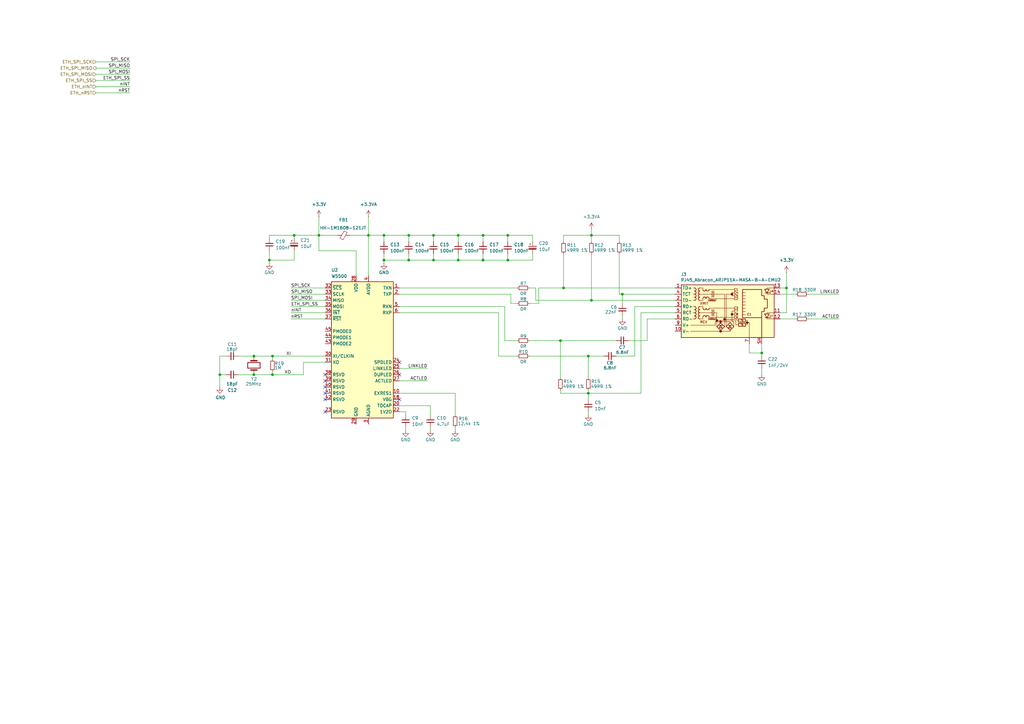
<source format=kicad_sch>
(kicad_sch (version 20250114) (generator "eeschema") (generator_version "9.0")
  (paper "A3")
  (lib_symbols
    (symbol "Connector:RJ45_Abracon_ARJP11A-MASA-B-A-EMU2"
      (property "Reference" "J" (at 18.415 12.7 0))
      (property "Value" "RJ45_Abracon_ARJP11A-MASA-B-A-EMU2" (at -4.445 12.7 0))
      (symbol "RJ45_Abracon_ARJP11A-MASA-B-A-EMU2_0_0"
        (polyline (pts (xy -5.08 8.89) (xy -5.08 6.35)) (stroke (width 0.254)))
        (polyline (pts (xy -5.08 1.27) (xy -5.08 -1.27)) (stroke (width 0.254)))
        (polyline (pts (xy -4.445 8.89) (xy -4.445 6.35)) (stroke (width 0.254)))
        (polyline (pts (xy -4.445 1.27) (xy -4.445 -1.27)) (stroke (width 0.254)))
        (circle (center -3.175 -3.175) (radius 0.0001) (stroke (width 0.508)))
        (circle (center -1.651 -3.683) (radius 0.0001) (stroke (width 0.508)))
        (circle (center -1.651 -7.62) (radius 0.0001) (stroke (width 0.508)))
        (circle (center 0 -2.667) (radius 0.0001) (stroke (width 0.508)))
        (circle (center 3.048 7.62) (radius 0.0001) (stroke (width 0.508)))
        (circle (center 3.048 -0.635) (radius 0.0001) (stroke (width 0.508)))
        (polyline (pts (xy 3.683 8.255) (xy 3.048 8.255) (xy 3.048 6.985) (xy 3.683 6.985)))
        (polyline (pts (xy 3.683 0.635) (xy 3.048 0.635) (xy 3.048 -0.635) (xy 3.683 -0.635)))
        (polyline (pts (xy 8.636 -4.953) (xy 9.271 -4.953) (xy 9.271 -3.048) (xy 8.636 -3.048)))
        (polyline (pts (xy 9.271 -4.064) (xy 10.16 -4.064)))
        (circle (center 9.271 -4.064) (radius 0.0001) (stroke (width 0.508)))
        (polyline (pts (xy 17.399 9.652) (xy 17.399 10.16) (xy 20.32 10.16)))
        (polyline (pts (xy 17.399 -0.508) (xy 17.399 0) (xy 20.32 0)))
        (polyline (pts (xy 20.32 7.62) (xy 17.399 7.62) (xy 17.399 8.128)))
        (polyline (pts (xy 20.32 -2.54) (xy 17.399 -2.54) (xy 17.399 -2.032)))
        (text "XMIT" (at -10.16 3.81 0) (effects (font (size 1.016 1.016)) (justify left)))
        (text "RCV" (at -10.16 -3.81 0) (effects (font (size 1.016 1.016)) (justify left)))
        (text "C1" (at 4.699 9.525 0) (effects (font (size 0.889 0.889))))
        (text "C4" (at 4.699 8.255 0) (effects (font (size 0.889 0.889))))
        (text "C5" (at 4.699 6.985 0) (effects (font (size 0.889 0.889))))
        (text "C2" (at 4.699 5.715 0) (effects (font (size 0.889 0.889))))
        (text "C3" (at 4.699 1.905 0) (effects (font (size 0.889 0.889))))
        (text "C7" (at 4.699 0.635 0) (effects (font (size 0.889 0.889))))
        (text "C8" (at 4.699 -0.635 0) (effects (font (size 0.889 0.889))))
        (text "C6" (at 4.699 -1.905 0) (effects (font (size 0.889 0.889))))
        (text "C1" (at 10.16 -0.635 0) (effects (font (size 0.889 0.889))))
      )
      (symbol "RJ45_Abracon_ARJP11A-MASA-B-A-EMU2_0_1"
        (rectangle (start -17.78 11.43) (end 20.32 -10.16) (stroke (width 0.254)) (fill (type background)))
        (polyline (pts (xy -12.3163 10.16) (xy -12.9513 10.16)))
        (polyline (pts (xy -12.3163 7.62) (xy -12.9513 7.62)))
        (polyline (pts (xy -12.3163 5.08) (xy -12.9513 5.08)))
        (polyline (pts (xy -12.3163 2.54) (xy -12.9513 2.54)))
        (polyline (pts (xy -12.3163 0) (xy -12.9513 0)))
        (polyline (pts (xy -12.3163 -2.54) (xy -12.9513 -2.54)))
        (polyline (pts (xy -10.16 10.16) (xy -8.89 10.16) (xy -8.89 9.525)))
        (polyline (pts (xy -10.16 2.54) (xy -8.89 2.54) (xy -8.89 1.905)))
        (polyline (pts (xy -8.89 5.715) (xy -8.89 5.08) (xy -10.16 5.08)))
        (polyline (pts (xy -8.89 -1.905) (xy -8.89 -2.54) (xy -10.16 -2.54)))
        (polyline (pts (xy -6.35 9.525) (xy 3.683 9.525)))
        (polyline (pts (xy -6.35 5.715) (xy 3.683 5.715)))
        (polyline (pts (xy -6.35 -1.905) (xy 3.683 -1.905)))
        (polyline (pts (xy -6.223 1.905) (xy 3.683 1.905)))
        (polyline (pts (xy -5.08 7.62) (xy -10.16 7.62)))
        (polyline (pts (xy -5.08 0) (xy -10.16 0)))
        (polyline (pts (xy -4.445 7.62) (xy 0 7.62) (xy 0 -5.715)))
        (polyline (pts (xy -4.445 0) (xy -3.175 0) (xy -3.175 -5.715)))
        (polyline (pts (xy 7.366 5.715) (xy 8.636 5.715)))
        (polyline (pts (xy 7.366 4.445) (xy 8.636 4.445)))
        (polyline (pts (xy 7.366 3.175) (xy 8.636 3.175)))
        (polyline (pts (xy 7.366 1.778) (xy 8.636 1.778)))
        (polyline (pts (xy 7.366 0.508) (xy 8.636 0.508)))
        (polyline (pts (xy 8.636 8.255) (xy 7.366 8.255)))
        (polyline (pts (xy 8.636 6.985) (xy 7.366 6.985)))
        (polyline (pts (xy 8.636 -0.762) (xy 7.366 -0.762)))
      )
      (symbol "RJ45_Abracon_ARJP11A-MASA-B-A-EMU2_1_0"
        (text "1000pF" (at -5.08 5.08 0) (effects (font (size 0.635 0.635))))
        (text "1000pF" (at -5.08 -2.54 0) (effects (font (size 0.635 0.635))))
      )
      (symbol "RJ45_Abracon_ARJP11A-MASA-B-A-EMU2_1_1"
        (polyline (pts (xy -13.97 -5.08) (xy -3.81 -5.08)))
        (polyline (pts (xy -13.97 -7.62) (xy 2.286 -7.62)))
        (arc (start -12.3163 2.54) (mid -11.684 1.905) (end -12.3163 1.27) (stroke (width 0.254)))
        (arc (start -12.3136 10.16) (mid -11.6813 9.525) (end -12.3136 8.89) (stroke (width 0.254)))
        (arc (start -12.3136 1.27) (mid -11.6813 0.635) (end -12.3136 0) (stroke (width 0.254)))
        (arc (start -12.3136 0) (mid -11.6813 -0.635) (end -12.3136 -1.27) (stroke (width 0.254)))
        (arc (start -12.3136 -1.27) (mid -11.6813 -1.905) (end -12.3136 -2.54) (stroke (width 0.254)))
        (arc (start -12.3109 8.89) (mid -11.6786 8.255) (end -12.3109 7.62) (stroke (width 0.254)))
        (arc (start -12.3109 7.62) (mid -11.6786 6.985) (end -12.3109 6.35) (stroke (width 0.254)))
        (arc (start -12.3109 6.35) (mid -11.6786 5.715) (end -12.3109 5.08) (stroke (width 0.254)))
        (arc (start -10.1654 8.89) (mid -10.7977 9.525) (end -10.1654 10.16) (stroke (width 0.254)))
        (arc (start -10.1654 7.62) (mid -10.7977 8.255) (end -10.1654 8.89) (stroke (width 0.254)))
        (arc (start -10.1654 6.35) (mid -10.7977 6.985) (end -10.1654 7.62) (stroke (width 0.254)))
        (arc (start -10.1654 1.27) (mid -10.7977 1.905) (end -10.1654 2.54) (stroke (width 0.254)))
        (arc (start -10.1654 0) (mid -10.7977 0.635) (end -10.1654 1.27) (stroke (width 0.254)))
        (arc (start -10.1654 -1.27) (mid -10.7977 -0.635) (end -10.1654 0) (stroke (width 0.254)))
        (arc (start -10.1627 5.08) (mid -10.795 5.715) (end -10.1627 6.35) (stroke (width 0.254)))
        (arc (start -10.1627 -2.54) (mid -10.795 -1.905) (end -10.1627 -1.27) (stroke (width 0.254)))
        (arc (start -7.62 9.5223) (mid -8.255 8.89) (end -8.89 9.5223) (stroke (width 0.254)))
        (arc (start -8.89 5.8447) (mid -8.255 6.477) (end -7.62 5.8447) (stroke (width 0.254)))
        (arc (start -8.89 -1.7753) (mid -8.255 -1.143) (end -7.62 -1.7753) (stroke (width 0.254)))
        (arc (start -7.5565 1.8388) (mid -8.1915 1.2065) (end -8.8265 1.8388) (stroke (width 0.254)))
        (arc (start -6.35 9.525) (mid -6.985 8.8927) (end -7.62 9.525) (stroke (width 0.254)))
        (arc (start -7.62 5.8474) (mid -6.985 6.4797) (end -6.35 5.8474) (stroke (width 0.254)))
        (arc (start -7.62 -1.7726) (mid -6.985 -1.1403) (end -6.35 -1.7726) (stroke (width 0.254)))
        (arc (start -6.2865 1.8415) (mid -6.9215 1.2092) (end -7.5565 1.8415) (stroke (width 0.254)))
        (polyline (pts (xy -3.81 -5.08) (xy -3.81 -3.683) (xy -1.651 -3.683)))
        (polyline (pts (xy -2.159 -5.207) (xy -1.016 -5.207)) (stroke (width 0.254)))
        (polyline (pts (xy -2.159 -6.223) (xy -1.016 -6.223) (xy -1.651 -5.207) (xy -2.159 -6.223)) (stroke (width 0.254)))
        (polyline (pts (xy -1.905 -3.683) (xy -1.651 -3.683) (xy -1.651 -4.191)))
        (polyline (pts (xy -1.651 -3.683) (xy 2.286 -3.683) (xy 2.286 -4.064)))
        (polyline (pts (xy -1.651 -4.191) (xy -3.175 -5.715) (xy -1.651 -7.239) (xy 0 -5.715) (xy -1.651 -4.191)) (stroke (width 0.254)))
        (polyline (pts (xy -1.651 -7.239) (xy -1.651 -7.493)))
        (polyline (pts (xy 1.651 -5.207) (xy 2.794 -5.207)) (stroke (width 0.254)))
        (polyline (pts (xy 1.651 -6.223) (xy 2.794 -6.223) (xy 2.159 -5.207) (xy 1.651 -6.223)) (stroke (width 0.254)))
        (polyline (pts (xy 2.286 -4.064) (xy 0.635 -5.588) (xy 2.286 -7.112) (xy 3.81 -5.715) (xy 2.286 -4.064)) (stroke (width 0.254)))
        (polyline (pts (xy 2.286 -7.112) (xy 2.286 -7.62)))
        (polyline (pts (xy 3.048 7.62) (xy 0.635 7.62) (xy 0.635 -5.588)))
        (polyline (pts (xy 3.048 -0.508) (xy 3.048 -3.683) (xy 3.81 -3.683) (xy 3.81 -5.715)))
        (polyline (pts (xy 5.715 -3.175) (xy 5.08 -3.175) (xy 5.08 -2.667) (xy 0 -2.667)))
        (polyline (pts (xy 5.715 -4.953) (xy 4.572 -4.953) (xy 4.572 -3.175) (xy -3.175 -3.175)))
        (polyline (pts (xy 7.366 -2.032) (xy 7.366 9.525) (xy 15.24 9.525) (xy 15.24 6.985) (xy 16.256 6.985) (xy 16.256 5.588) (xy 17.526 5.588) (xy 17.526 1.905) (xy 16.256 1.905) (xy 16.256 0.508) (xy 15.24 0.508) (xy 15.24 -2.032) (xy 7.366 -2.032)) (stroke (width 0.254)))
        (rectangle (start 8.509 -3.81) (end 5.715 -2.54) (stroke (width 0.254)))
        (rectangle (start 8.509 -5.588) (end 5.715 -4.318) (stroke (width 0.254)))
        (polyline (pts (xy 10.16 -4.064) (xy 10.16 -10.16)))
        (polyline (pts (xy 15.24 -10.16) (xy 15.24 -2.032)) (stroke (width 0.254)))
        (polyline (pts (xy 18.161 8.128) (xy 16.637 8.128)) (stroke (width 0.254)))
        (polyline (pts (xy 18.161 -2.032) (xy 16.637 -2.032)) (stroke (width 0.254)))
        (polyline (pts (xy 18.288 9.652) (xy 16.383 9.652) (xy 17.399 8.128) (xy 18.288 9.652)) (stroke (width 0.254)))
        (polyline (pts (xy 18.288 8.509) (xy 18.796 8.001) (xy 18.542 8.001)))
        (polyline (pts (xy 18.288 -0.508) (xy 16.383 -0.508) (xy 17.399 -2.032) (xy 18.288 -0.508)) (stroke (width 0.254)))
        (polyline (pts (xy 18.288 -1.651) (xy 18.796 -2.159) (xy 18.542 -2.159)))
        (polyline (pts (xy 18.542 9.144) (xy 19.05 8.636) (xy 18.796 8.636)))
        (polyline (pts (xy 18.542 -1.016) (xy 19.05 -1.524) (xy 18.796 -1.524)))
        (polyline (pts (xy 18.796 8.001) (xy 18.796 8.255)))
        (polyline (pts (xy 18.796 -2.159) (xy 18.796 -1.905)))
        (polyline (pts (xy 19.05 8.636) (xy 19.05 8.89)))
        (polyline (pts (xy 19.05 -1.524) (xy 19.05 -1.27)))
        (text "75" (at 7.112 -3.175 0) (effects (font (size 0.635 0.635))))
        (text "75" (at 7.112 -4.953 0) (effects (font (size 0.635 0.635))))
        (text "Y" (at 19.558 -1.27 0) (effects (font (size 0.635 0.635))))
        (text "G" (at 19.685 8.89 0) (effects (font (size 0.635 0.635))))
        (pin passive line (at -20.32 10.16 0) (length 2.54) (name "TD+") (number "1"))
        (pin passive line (at -20.32 7.62 0) (length 2.54) (name "TCT") (number "4"))
        (pin passive line (at -20.32 5.08 0) (length 2.54) (name "TD-") (number "2"))
        (pin passive line (at -20.32 2.54 0) (length 2.54) (name "RD+") (number "3"))
        (pin passive line (at -20.32 0 0) (length 2.54) (name "RCT") (number "5"))
        (pin passive line (at -20.32 -2.54 0) (length 2.54) (name "RD-") (number "6"))
        (pin power_out line (at -20.32 -5.08 0) (length 2.54) (name "V+") (number "9"))
        (pin power_out line (at -20.32 -7.62 0) (length 2.54) (name "V-") (number "10"))
        (pin power_in line (at 10.16 -12.7 90) (length 2.54) (name "") (number "7"))
        (pin passive line (at 15.24 -12.7 90) (length 2.54) (name "") (number "SH"))
        (pin no_connect line (at 20.32 5.08 0) (length 0) (hide yes) (name "NC") (number "8"))
        (pin passive line (at 22.86 10.16 180) (length 2.54) (name "") (number "13"))
        (pin passive line (at 22.86 7.62 180) (length 2.54) (name "") (number "14"))
        (pin passive line (at 22.86 0 180) (length 2.54) (name "") (number "11"))
        (pin passive line (at 22.86 -2.54 180) (length 2.54) (name "") (number "12"))
      )
    )
    (symbol "Device:C_Polarized_Small" (pin_numbers (hide yes)) (pin_names (offset 0.254) (hide yes))
      (property "Reference" "C" (at 0.254 1.778 0))
      (property "Value" "C_Polarized_Small" (at 0.254 -2.032 0))
      (symbol "C_Polarized_Small_0_1"
        (rectangle (start -1.524 0.6858) (end 1.524 0.3048))
        (rectangle (start -1.524 -0.3048) (end 1.524 -0.6858) (fill (type outline)))
        (polyline (pts (xy -1.27 1.524) (xy -0.762 1.524)))
        (polyline (pts (xy -1.016 1.27) (xy -1.016 1.778)))
      )
      (symbol "C_Polarized_Small_1_1"
        (pin passive line (at 0 2.54 270) (length 1.8542) (name "~") (number "1"))
        (pin passive line (at 0 -2.54 90) (length 1.8542) (name "~") (number "2"))
      )
    )
    (symbol "Device:C_Small" (pin_numbers (hide yes)) (pin_names (offset 0.254) (hide yes))
      (property "Reference" "C" (at 0.254 1.778 0))
      (property "Value" "C_Small" (at 0.254 -2.032 0))
      (symbol "C_Small_0_1"
        (polyline (pts (xy -1.524 0.508) (xy 1.524 0.508)) (stroke (width 0.3048)))
        (polyline (pts (xy -1.524 -0.508) (xy 1.524 -0.508)) (stroke (width 0.3302)))
      )
      (symbol "C_Small_1_1"
        (pin passive line (at 0 2.54 270) (length 2.032) (name "~") (number "1"))
        (pin passive line (at 0 -2.54 90) (length 2.032) (name "~") (number "2"))
      )
    )
    (symbol "Device:Crystal" (pin_numbers (hide yes)) (pin_names (offset 1.016) (hide yes))
      (property "Reference" "Y" (at 0 3.81 0))
      (property "Value" "Crystal" (at 0 -3.81 0))
      (symbol "Crystal_0_1"
        (polyline (pts (xy -2.54 0) (xy -1.905 0)))
        (polyline (pts (xy -1.905 -1.27) (xy -1.905 1.27)) (stroke (width 0.508)))
        (rectangle (start -1.143 2.54) (end 1.143 -2.54) (stroke (width 0.3048)))
        (polyline (pts (xy 1.905 -1.27) (xy 1.905 1.27)) (stroke (width 0.508)))
        (polyline (pts (xy 2.54 0) (xy 1.905 0)))
      )
      (symbol "Crystal_1_1"
        (pin passive line (at -3.81 0 0) (length 1.27) (name "1") (number "1"))
        (pin passive line (at 3.81 0 180) (length 1.27) (name "2") (number "2"))
      )
    )
    (symbol "Device:FerriteBead_Small" (pin_numbers (hide yes)) (pin_names (offset 0))
      (property "Reference" "FB" (at 1.905 1.27 0))
      (property "Value" "FerriteBead_Small" (at 1.905 -1.27 0))
      (symbol "FerriteBead_Small_0_1"
        (polyline (pts (xy -1.8288 0.2794) (xy -1.1176 1.4986) (xy 1.8288 -0.2032) (xy 1.1176 -1.4224) (xy -1.8288 0.2794)))
        (polyline (pts (xy 0 0.889) (xy 0 1.2954)))
        (polyline (pts (xy 0 -1.27) (xy 0 -0.7874)))
      )
      (symbol "FerriteBead_Small_1_1"
        (pin passive line (at 0 2.54 270) (length 1.27) (name "~") (number "1"))
        (pin passive line (at 0 -2.54 90) (length 1.27) (name "~") (number "2"))
      )
    )
    (symbol "Device:R_Small" (pin_numbers (hide yes)) (pin_names (offset 0.254) (hide yes))
      (property "Reference" "R" (at 0.762 0.508 0))
      (property "Value" "R_Small" (at 0.762 -1.016 0))
      (symbol "R_Small_0_1"
        (rectangle (start -0.762 1.778) (end 0.762 -1.778) (stroke (width 0.2032)))
      )
      (symbol "R_Small_1_1"
        (pin passive line (at 0 2.54 270) (length 0.762) (name "~") (number "1"))
        (pin passive line (at 0 -2.54 90) (length 0.762) (name "~") (number "2"))
      )
    )
    (symbol "Interface_Ethernet:W5500"
      (property "Reference" "U" (at -11.43 29.21 0))
      (property "Value" "W5500" (at 8.89 29.21 0))
      (symbol "W5500_0_1"
        (rectangle (start -12.7 27.94) (end 12.7 -27.94) (stroke (width 0.254)) (fill (type background)))
      )
      (symbol "W5500_1_1"
        (pin input line (at -15.24 25.4 0) (length 2.54) (name "~{SCS}") (number "32"))
        (pin input line (at -15.24 22.86 0) (length 2.54) (name "SCLK") (number "33"))
        (pin output line (at -15.24 20.32 0) (length 2.54) (name "MISO") (number "34"))
        (pin input line (at -15.24 17.78 0) (length 2.54) (name "MOSI") (number "35"))
        (pin input line (at -15.24 15.24 0) (length 2.54) (name "~{INT}") (number "36"))
        (pin input line (at -15.24 12.7 0) (length 2.54) (name "~{RST}") (number "37"))
        (pin input line (at -15.24 7.62 0) (length 2.54) (name "PMODE0") (number "45"))
        (pin input line (at -15.24 5.08 0) (length 2.54) (name "PMODE1") (number "44"))
        (pin input line (at -15.24 2.54 0) (length 2.54) (name "PMODE2") (number "43"))
        (pin input line (at -15.24 -2.54 0) (length 2.54) (name "XI/CLKIN") (number "30"))
        (pin output line (at -15.24 -5.08 0) (length 2.54) (name "XO") (number "31"))
        (pin input line (at -15.24 -10.16 0) (length 2.54) (name "RSVD") (number "38"))
        (pin input line (at -15.24 -12.7 0) (length 2.54) (name "RSVD") (number "39"))
        (pin input line (at -15.24 -15.24 0) (length 2.54) (name "RSVD") (number "40"))
        (pin input line (at -15.24 -17.78 0) (length 2.54) (name "RSVD") (number "41"))
        (pin input line (at -15.24 -20.32 0) (length 2.54) (name "RSVD") (number "42"))
        (pin input line (at -15.24 -25.4 0) (length 2.54) (name "RSVD") (number "23"))
        (pin power_in line (at -2.54 30.48 270) (length 2.54) (name "VDD") (number "28"))
        (pin power_in line (at -2.54 -30.48 90) (length 2.54) (name "GND") (number "29"))
        (pin passive line (at 2.54 30.48 270) (length 2.54) (hide yes) (name "AVDD") (number "11"))
        (pin passive line (at 2.54 30.48 270) (length 2.54) (hide yes) (name "AVDD") (number "15"))
        (pin passive line (at 2.54 30.48 270) (length 2.54) (hide yes) (name "AVDD") (number "17"))
        (pin passive line (at 2.54 30.48 270) (length 2.54) (hide yes) (name "AVDD") (number "21"))
        (pin power_in line (at 2.54 30.48 270) (length 2.54) (name "AVDD") (number "4"))
        (pin passive line (at 2.54 30.48 270) (length 2.54) (hide yes) (name "AVDD") (number "8"))
        (pin passive line (at 2.54 -30.48 90) (length 2.54) (hide yes) (name "AGND") (number "14"))
        (pin passive line (at 2.54 -30.48 90) (length 2.54) (hide yes) (name "AGND") (number "16"))
        (pin passive line (at 2.54 -30.48 90) (length 2.54) (hide yes) (name "AGND") (number "19"))
        (pin power_in line (at 2.54 -30.48 90) (length 2.54) (name "AGND") (number "3"))
        (pin passive line (at 2.54 -30.48 90) (length 2.54) (hide yes) (name "AGND") (number "48"))
        (pin passive line (at 2.54 -30.48 90) (length 2.54) (hide yes) (name "AGND") (number "9"))
        (pin no_connect line (at 12.7 10.16 180) (length 2.54) (hide yes) (name "DNC") (number "7"))
        (pin no_connect line (at 12.7 7.62 180) (length 2.54) (hide yes) (name "NC") (number "12"))
        (pin no_connect line (at 12.7 5.08 180) (length 2.54) (hide yes) (name "NC") (number "13"))
        (pin no_connect line (at 12.7 2.54 180) (length 2.54) (hide yes) (name "NC") (number "46"))
        (pin no_connect line (at 12.7 0 180) (length 2.54) (hide yes) (name "NC") (number "47"))
        (pin output line (at 15.24 25.4 180) (length 2.54) (name "TXN") (number "1"))
        (pin output line (at 15.24 22.86 180) (length 2.54) (name "TXP") (number "2"))
        (pin input line (at 15.24 17.78 180) (length 2.54) (name "RXN") (number "5"))
        (pin input line (at 15.24 15.24 180) (length 2.54) (name "RXP") (number "6"))
        (pin output line (at 15.24 -5.08 180) (length 2.54) (name "SPDLED") (number "24"))
        (pin output line (at 15.24 -7.62 180) (length 2.54) (name "LINKLED") (number "25"))
        (pin output line (at 15.24 -10.16 180) (length 2.54) (name "DUPLED") (number "26"))
        (pin output line (at 15.24 -12.7 180) (length 2.54) (name "ACTLED") (number "27"))
        (pin passive line (at 15.24 -17.78 180) (length 2.54) (name "EXRES1") (number "10"))
        (pin passive line (at 15.24 -20.32 180) (length 2.54) (name "VBG") (number "18"))
        (pin passive line (at 15.24 -22.86 180) (length 2.54) (name "TOCAP") (number "20"))
        (pin output line (at 15.24 -25.4 180) (length 2.54) (name "1V2O") (number "22"))
      )
    )
    (symbol "power:+3.3V" (power) (pin_numbers (hide yes)) (pin_names (offset 0) (hide yes))
      (property "Value" "+3.3V" (at 0 3.556 0))
      (symbol "+3.3V_0_1"
        (polyline (pts (xy -0.762 1.27) (xy 0 2.54)))
        (polyline (pts (xy 0 2.54) (xy 0.762 1.27)))
        (polyline (pts (xy 0 0) (xy 0 2.54)))
      )
      (symbol "+3.3V_1_1"
        (pin power_in line (at 0 0 90) (length 0) (name "~") (number "1"))
      )
    )
    (symbol "power:+3.3VA" (power) (pin_numbers (hide yes)) (pin_names (offset 0) (hide yes))
      (property "Value" "+3.3VA" (at 0 3.556 0))
      (symbol "+3.3VA_0_1"
        (polyline (pts (xy -0.762 1.27) (xy 0 2.54)))
        (polyline (pts (xy 0 2.54) (xy 0.762 1.27)))
        (polyline (pts (xy 0 0) (xy 0 2.54)))
      )
      (symbol "+3.3VA_1_1"
        (pin power_in line (at 0 0 90) (length 0) (name "~") (number "1"))
      )
    )
    (symbol "power:GND" (power) (pin_numbers (hide yes)) (pin_names (offset 0) (hide yes))
      (property "Value" "GND" (at 0 -3.81 0))
      (symbol "GND_0_1"
        (polyline (pts (xy 0 0) (xy 0 -1.27) (xy 1.27 -1.27) (xy 0 -2.54) (xy -1.27 -1.27) (xy 0 -1.27)))
      )
      (symbol "GND_1_1"
        (pin power_in line (at 0 0 270) (length 0) (name "~") (number "1"))
      )
    )
  )
  (junction (at 120.65 96.52))
  (junction (at 167.64 106.68))
  (junction (at 157.48 96.52))
  (junction (at 151.13 96.52))
  (junction (at 241.3 161.29))
  (junction (at 157.48 106.68))
  (junction (at 255.27 120.65))
  (junction (at 231.14 118.11))
  (junction (at 208.28 106.68))
  (junction (at 167.64 96.52))
  (junction (at 208.28 96.52))
  (junction (at 104.14 146.05))
  (junction (at 229.87 139.7))
  (junction (at 90.17 153.67))
  (junction (at 241.3 146.05))
  (junction (at 110.49 106.68))
  (junction (at 111.76 146.05))
  (junction (at 111.76 153.67))
  (junction (at 322.58 118.11))
  (junction (at 242.57 123.19))
  (junction (at 177.8 96.52))
  (junction (at 104.14 153.67))
  (junction (at 198.12 106.68))
  (junction (at 198.12 96.52))
  (junction (at 187.96 106.68))
  (junction (at 187.96 96.52))
  (junction (at 312.42 144.78))
  (junction (at 177.8 106.68))
  (junction (at 130.81 96.52))
  (junction (at 242.57 96.52))
  (no_connect (at 133.35 168.91))
  (no_connect (at 133.35 163.83))
  (no_connect (at 133.35 158.75))
  (no_connect (at 163.83 163.83))
  (no_connect (at 133.35 156.21))
  (no_connect (at 133.35 153.67))
  (no_connect (at 133.35 161.29))
  (no_connect (at 163.83 148.59))
  (no_connect (at 163.83 153.67))
  (wire (pts (xy 151.13 96.52) (xy 151.13 113.03)))
  (wire (pts (xy 231.14 118.11) (xy 276.86 118.11)))
  (wire (pts (xy 120.65 96.52) (xy 130.81 96.52)))
  (wire (pts (xy 110.49 97.79) (xy 110.49 96.52)))
  (wire (pts (xy 151.13 88.9) (xy 151.13 96.52)))
  (wire (pts (xy 208.28 104.14) (xy 208.28 106.68)))
  (wire (pts (xy 177.8 96.52) (xy 187.96 96.52)))
  (wire (pts (xy 157.48 104.14) (xy 157.48 106.68)))
  (wire (pts (xy 157.48 99.06) (xy 157.48 96.52)))
  (wire (pts (xy 198.12 104.14) (xy 198.12 106.68)))
  (wire (pts (xy 163.83 156.21) (xy 175.26 156.21)))
  (wire (pts (xy 90.17 146.05) (xy 90.17 153.67)))
  (wire (pts (xy 166.37 168.91) (xy 166.37 170.18)))
  (wire (pts (xy 229.87 161.29) (xy 241.3 161.29)))
  (wire (pts (xy 104.14 153.67) (xy 97.79 153.67)))
  (wire (pts (xy 151.13 96.52) (xy 157.48 96.52)))
  (wire (pts (xy 163.83 168.91) (xy 166.37 168.91)))
  (wire (pts (xy 242.57 96.52) (xy 242.57 99.06)))
  (wire (pts (xy 331.47 120.65) (xy 344.17 120.65)))
  (wire (pts (xy 111.76 152.4) (xy 111.76 153.67)))
  (wire (pts (xy 209.55 124.46) (xy 212.09 124.46)))
  (wire (pts (xy 104.14 146.05) (xy 111.76 146.05)))
  (wire (pts (xy 130.81 88.9) (xy 130.81 96.52)))
  (wire (pts (xy 176.53 170.18) (xy 176.53 166.37)))
  (wire (pts (xy 39.37 25.4) (xy 53.34 25.4)))
  (wire (pts (xy 208.28 99.06) (xy 208.28 96.52)))
  (wire (pts (xy 241.3 168.91) (xy 241.3 170.18)))
  (wire (pts (xy 242.57 123.19) (xy 276.86 123.19)))
  (wire (pts (xy 254 96.52) (xy 242.57 96.52)))
  (wire (pts (xy 111.76 146.05) (xy 111.76 147.32)))
  (wire (pts (xy 186.69 175.26) (xy 186.69 176.53)))
  (wire (pts (xy 163.83 151.13) (xy 175.26 151.13)))
  (wire (pts (xy 219.71 123.19) (xy 242.57 123.19)))
  (wire (pts (xy 111.76 153.67) (xy 124.46 153.67)))
  (wire (pts (xy 39.37 38.1) (xy 53.34 38.1)))
  (wire (pts (xy 209.55 120.65) (xy 209.55 124.46)))
  (wire (pts (xy 157.48 106.68) (xy 167.64 106.68)))
  (wire (pts (xy 265.43 139.7) (xy 265.43 130.81)))
  (wire (pts (xy 312.42 144.78) (xy 312.42 146.05)))
  (wire (pts (xy 177.8 106.68) (xy 167.64 106.68)))
  (wire (pts (xy 119.38 120.65) (xy 133.35 120.65)))
  (wire (pts (xy 39.37 33.02) (xy 53.34 33.02)))
  (wire (pts (xy 208.28 96.52) (xy 198.12 96.52)))
  (wire (pts (xy 130.81 102.87) (xy 146.05 102.87)))
  (wire (pts (xy 220.98 118.11) (xy 231.14 118.11)))
  (wire (pts (xy 186.69 161.29) (xy 186.69 170.18)))
  (wire (pts (xy 218.44 106.68) (xy 208.28 106.68)))
  (wire (pts (xy 111.76 146.05) (xy 133.35 146.05)))
  (wire (pts (xy 119.38 118.11) (xy 133.35 118.11)))
  (wire (pts (xy 208.28 106.68) (xy 198.12 106.68)))
  (wire (pts (xy 241.3 161.29) (xy 241.3 163.83)))
  (wire (pts (xy 207.01 139.7) (xy 212.09 139.7)))
  (wire (pts (xy 187.96 106.68) (xy 177.8 106.68)))
  (wire (pts (xy 241.3 146.05) (xy 241.3 154.94)))
  (wire (pts (xy 276.86 128.27) (xy 262.89 128.27)))
  (wire (pts (xy 104.14 146.05) (xy 97.79 146.05)))
  (wire (pts (xy 255.27 120.65) (xy 255.27 124.46)))
  (wire (pts (xy 167.64 104.14) (xy 167.64 106.68)))
  (wire (pts (xy 143.51 96.52) (xy 151.13 96.52)))
  (wire (pts (xy 220.98 124.46) (xy 220.98 118.11)))
  (wire (pts (xy 157.48 106.68) (xy 157.48 107.95)))
  (wire (pts (xy 307.34 140.97) (xy 307.34 144.78)))
  (wire (pts (xy 207.01 125.73) (xy 207.01 139.7)))
  (wire (pts (xy 157.48 96.52) (xy 167.64 96.52)))
  (wire (pts (xy 229.87 160.02) (xy 229.87 161.29)))
  (wire (pts (xy 312.42 151.13) (xy 312.42 153.67)))
  (wire (pts (xy 90.17 158.75) (xy 90.17 153.67)))
  (wire (pts (xy 176.53 175.26) (xy 176.53 176.53)))
  (wire (pts (xy 176.53 166.37) (xy 163.83 166.37)))
  (wire (pts (xy 242.57 93.98) (xy 242.57 96.52)))
  (wire (pts (xy 133.35 148.59) (xy 124.46 148.59)))
  (wire (pts (xy 124.46 148.59) (xy 124.46 153.67)))
  (wire (pts (xy 217.17 146.05) (xy 241.3 146.05)))
  (wire (pts (xy 229.87 139.7) (xy 229.87 154.94)))
  (wire (pts (xy 163.83 161.29) (xy 186.69 161.29)))
  (wire (pts (xy 119.38 125.73) (xy 133.35 125.73)))
  (wire (pts (xy 320.04 130.81) (xy 326.39 130.81)))
  (wire (pts (xy 120.65 97.79) (xy 120.65 96.52)))
  (wire (pts (xy 254 99.06) (xy 254 96.52)))
  (wire (pts (xy 163.83 128.27) (xy 204.47 128.27)))
  (wire (pts (xy 320.04 120.65) (xy 326.39 120.65)))
  (wire (pts (xy 218.44 104.14) (xy 218.44 106.68)))
  (wire (pts (xy 198.12 106.68) (xy 187.96 106.68)))
  (wire (pts (xy 163.83 118.11) (xy 212.09 118.11)))
  (wire (pts (xy 217.17 124.46) (xy 220.98 124.46)))
  (wire (pts (xy 262.89 161.29) (xy 241.3 161.29)))
  (wire (pts (xy 262.89 128.27) (xy 262.89 161.29)))
  (wire (pts (xy 177.8 99.06) (xy 177.8 96.52)))
  (wire (pts (xy 231.14 96.52) (xy 242.57 96.52)))
  (wire (pts (xy 254 120.65) (xy 255.27 120.65)))
  (wire (pts (xy 255.27 130.81) (xy 255.27 129.54)))
  (wire (pts (xy 260.35 125.73) (xy 276.86 125.73)))
  (wire (pts (xy 92.71 153.67) (xy 90.17 153.67)))
  (wire (pts (xy 104.14 153.67) (xy 111.76 153.67)))
  (wire (pts (xy 255.27 120.65) (xy 276.86 120.65)))
  (wire (pts (xy 231.14 104.14) (xy 231.14 118.11)))
  (wire (pts (xy 217.17 139.7) (xy 229.87 139.7)))
  (wire (pts (xy 320.04 128.27) (xy 322.58 128.27)))
  (wire (pts (xy 331.47 130.81) (xy 344.17 130.81)))
  (wire (pts (xy 217.17 118.11) (xy 219.71 118.11)))
  (wire (pts (xy 120.65 102.87) (xy 120.65 106.68)))
  (wire (pts (xy 242.57 104.14) (xy 242.57 123.19)))
  (wire (pts (xy 187.96 96.52) (xy 198.12 96.52)))
  (wire (pts (xy 130.81 96.52) (xy 138.43 96.52)))
  (wire (pts (xy 163.83 120.65) (xy 209.55 120.65)))
  (wire (pts (xy 163.83 125.73) (xy 207.01 125.73)))
  (wire (pts (xy 39.37 30.48) (xy 53.34 30.48)))
  (wire (pts (xy 130.81 96.52) (xy 130.81 102.87)))
  (wire (pts (xy 252.73 146.05) (xy 260.35 146.05)))
  (wire (pts (xy 166.37 175.26) (xy 166.37 176.53)))
  (wire (pts (xy 218.44 96.52) (xy 208.28 96.52)))
  (wire (pts (xy 322.58 128.27) (xy 322.58 118.11)))
  (wire (pts (xy 322.58 118.11) (xy 320.04 118.11)))
  (wire (pts (xy 219.71 118.11) (xy 219.71 123.19)))
  (wire (pts (xy 204.47 128.27) (xy 204.47 146.05)))
  (wire (pts (xy 110.49 102.87) (xy 110.49 106.68)))
  (wire (pts (xy 265.43 130.81) (xy 276.86 130.81)))
  (wire (pts (xy 110.49 96.52) (xy 120.65 96.52)))
  (wire (pts (xy 119.38 130.81) (xy 133.35 130.81)))
  (wire (pts (xy 119.38 123.19) (xy 133.35 123.19)))
  (wire (pts (xy 257.81 139.7) (xy 265.43 139.7)))
  (wire (pts (xy 241.3 161.29) (xy 241.3 160.02)))
  (wire (pts (xy 231.14 99.06) (xy 231.14 96.52)))
  (wire (pts (xy 167.64 99.06) (xy 167.64 96.52)))
  (wire (pts (xy 146.05 102.87) (xy 146.05 113.03)))
  (wire (pts (xy 39.37 35.56) (xy 53.34 35.56)))
  (wire (pts (xy 39.37 27.94) (xy 53.34 27.94)))
  (wire (pts (xy 229.87 139.7) (xy 252.73 139.7)))
  (wire (pts (xy 177.8 104.14) (xy 177.8 106.68)))
  (wire (pts (xy 198.12 96.52) (xy 198.12 99.06)))
  (wire (pts (xy 110.49 106.68) (xy 110.49 107.95)))
  (wire (pts (xy 187.96 104.14) (xy 187.96 106.68)))
  (wire (pts (xy 241.3 146.05) (xy 247.65 146.05)))
  (wire (pts (xy 92.71 146.05) (xy 90.17 146.05)))
  (wire (pts (xy 312.42 140.97) (xy 312.42 144.78)))
  (wire (pts (xy 322.58 111.76) (xy 322.58 118.11)))
  (wire (pts (xy 254 104.14) (xy 254 120.65)))
  (wire (pts (xy 187.96 99.06) (xy 187.96 96.52)))
  (wire (pts (xy 307.34 144.78) (xy 312.42 144.78)))
  (wire (pts (xy 119.38 128.27) (xy 133.35 128.27)))
  (wire (pts (xy 260.35 146.05) (xy 260.35 125.73)))
  (wire (pts (xy 167.64 96.52) (xy 177.8 96.52)))
  (wire (pts (xy 120.65 106.68) (xy 110.49 106.68)))
  (wire (pts (xy 218.44 99.06) (xy 218.44 96.52)))
  (wire (pts (xy 204.47 146.05) (xy 212.09 146.05)))
  (label "nINT" (at 53.34 35.56 180))
  (label "nRST" (at 53.34 38.1 180))
  (label "ETH_SPI_SS" (at 53.34 33.02 180))
  (label "ACTLED" (at 344.17 130.81 180))
  (label "nINT" (at 119.38 128.27 0))
  (label "ETH_SPI_SS" (at 119.38 125.73 0))
  (label "SPI_SCK" (at 53.34 25.4 180))
  (label "XI" (at 119.38 146.05 180))
  (label "SPI_MOSI" (at 119.38 123.19 0))
  (label "SPI_MISO" (at 53.34 27.94 180))
  (label "ACTLED" (at 175.26 156.21 180))
  (label "LINKLED" (at 344.17 120.65 180))
  (label "SPI_MISO" (at 119.38 120.65 0))
  (label "SPI_MOSI" (at 53.34 30.48 180))
  (label "LINKLED" (at 175.26 151.13 180))
  (label "nRST" (at 119.38 130.81 0))
  (label "SPI_SCK" (at 119.38 118.11 0))
  (label "XO" (at 119.38 153.67 180))
  (hierarchical_label "ETH_SPI_SCK" (shape input) (at 39.37 25.4 180))
  (hierarchical_label "ETH_SPI_MISO" (shape output) (at 39.37 27.94 180))
  (hierarchical_label "ETH_SPI_MOSI" (shape input) (at 39.37 30.48 180))
  (hierarchical_label "ETH_nRST" (shape input) (at 39.37 38.1 180))
  (hierarchical_label "ETH_nINT" (shape input) (at 39.37 35.56 180))
  (hierarchical_label "ETH_SPI_SS" (shape input) (at 39.37 33.02 180))
  (symbol (lib_id "power:GND") (at 166.37 176.53 0) (unit 1)
    (property "Reference" "#PWR020" (effects (hide yes)))
    (property "Value" "GND" (at 166.37 180.34 0))
    (property "Description" "Power symbol creates a global label with name \"GND\" , ground" (effects (hide yes)))
  )
  (symbol (lib_id "Device:C_Small") (at 187.96 101.6 0) (unit 1)
    (property "Reference" "C16" (at 190.5 100.3362 0) (effects (justify left)))
    (property "Value" "100nF" (at 190.5 102.8762 0) (effects (justify left)))
    (property "Description" "Unpolarized capacitor, small symbol" (effects (hide yes)))
  )
  (symbol (lib_id "Device:C_Small") (at 198.12 101.6 0) (unit 1)
    (property "Reference" "C17" (at 200.66 100.3362 0) (effects (justify left)))
    (property "Value" "100nF" (at 200.66 102.8762 0) (effects (justify left)))
    (property "Description" "Unpolarized capacitor, small symbol" (effects (hide yes)))
  )
  (symbol (lib_id "power:+3.3V") (at 322.58 111.76 0) (unit 1)
    (property "Reference" "#PWR019" (effects (hide yes)))
    (property "Value" "+3.3V" (at 322.58 106.68 0))
    (property "Description" "Power symbol creates a global label with name \"+3.3V\"" (effects (hide yes)))
  )
  (symbol (lib_id "Device:FerriteBead_Small") (at 140.97 96.52 90) (unit 1)
    (property "Reference" "FB1" (at 140.9319 90.17 90))
    (property "Value" "HH-1M1608-121JT" (at 140.716 93.472 90))
    (property "Description" "Ferrite bead, small symbol" (effects (hide yes)))
  )
  (symbol (lib_id "Device:C_Small") (at 250.19 146.05 90) (unit 1)
    (property "Reference" "C8" (at 251.46 148.844 90) (effects (justify left)))
    (property "Value" "6.8nF" (at 252.984 150.876 90) (effects (justify left)))
    (property "Description" "Unpolarized capacitor, small symbol" (effects (hide yes)))
  )
  (symbol (lib_id "power:GND") (at 241.3 170.18 0) (unit 1)
    (property "Reference" "#PWR016" (effects (hide yes)))
    (property "Value" "GND" (at 241.3 173.99 0))
    (property "Description" "Power symbol creates a global label with name \"GND\" , ground" (effects (hide yes)))
  )
  (symbol (lib_id "Device:C_Small") (at 110.49 100.33 0) (unit 1)
    (property "Reference" "C19" (at 113.03 99.0662 0) (effects (justify left)))
    (property "Value" "100nF" (at 113.03 101.6062 0) (effects (justify left)))
    (property "Description" "Unpolarized capacitor, small symbol" (effects (hide yes)))
  )
  (symbol (lib_id "Device:R_Small") (at 111.76 149.86 180) (unit 1)
    (property "Reference" "R19" (at 114.554 149.098 0))
    (property "Value" "1M" (at 114.046 150.876 0))
    (property "Description" "Resistor, small symbol" (effects (hide yes)))
  )
  (symbol (lib_id "power:+3.3V") (at 130.81 88.9 0) (unit 1)
    (property "Reference" "#PWR025" (effects (hide yes)))
    (property "Value" "+3.3V" (at 130.81 83.82 0))
    (property "Description" "Power symbol creates a global label with name \"+3.3V\"" (effects (hide yes)))
  )
  (symbol (lib_id "power:GND") (at 110.49 107.95 0) (unit 1)
    (property "Reference" "#PWR026" (effects (hide yes)))
    (property "Value" "GND" (at 110.49 111.76 0))
    (property "Description" "Power symbol creates a global label with name \"GND\" , ground" (effects (hide yes)))
  )
  (symbol (lib_id "Device:R_Small") (at 328.93 120.65 90) (unit 1)
    (property "Reference" "R18" (at 326.898 118.872 90))
    (property "Value" "330R" (at 332.232 118.872 90))
    (property "Description" "Resistor, small symbol" (effects (hide yes)))
  )
  (symbol (lib_id "Device:C_Polarized_Small") (at 218.44 101.6 0) (unit 1)
    (property "Reference" "C20" (at 220.98 99.7838 0) (effects (justify left)))
    (property "Value" "10uF" (at 220.98 102.3238 0) (effects (justify left)))
    (property "Description" "Polarized capacitor, small symbol" (effects (hide yes)))
  )
  (symbol (lib_id "Device:R_Small") (at 254 101.6 180) (unit 1)
    (property "Reference" "R13" (at 257.048 100.584 0))
    (property "Value" "49R9 1%" (at 259.334 102.616 0))
    (property "Description" "Resistor, small symbol" (effects (hide yes)))
  )
  (symbol (lib_id "Device:C_Small") (at 255.27 139.7 90) (unit 1)
    (property "Reference" "C7" (at 256.54 142.494 90) (effects (justify left)))
    (property "Value" "6.8nF" (at 258.064 144.526 90) (effects (justify left)))
    (property "Description" "Unpolarized capacitor, small symbol" (effects (hide yes)))
  )
  (symbol (lib_id "Device:C_Polarized_Small") (at 120.65 100.33 0) (unit 1)
    (property "Reference" "C21" (at 123.19 98.5138 0) (effects (justify left)))
    (property "Value" "10uF" (at 123.19 101.0538 0) (effects (justify left)))
    (property "Description" "Polarized capacitor, small symbol" (effects (hide yes)))
  )
  (symbol (lib_id "Device:R_Small") (at 214.63 139.7 90) (unit 1)
    (property "Reference" "R9" (at 214.63 137.922 90))
    (property "Value" "0R" (at 214.63 141.986 90))
    (property "Description" "Resistor, small symbol" (effects (hide yes)))
  )
  (symbol (lib_id "power:GND") (at 255.27 130.81 0) (unit 1)
    (property "Reference" "#PWR017" (effects (hide yes)))
    (property "Value" "GND" (at 255.27 134.62 0))
    (property "Description" "Power symbol creates a global label with name \"GND\" , ground" (effects (hide yes)))
  )
  (symbol (lib_id "Interface_Ethernet:W5500") (at 148.59 143.51 0) (unit 1)
    (property "Reference" "U2" (at 135.89 110.744 0) (effects (justify left)))
    (property "Value" "W5500" (at 135.89 113.284 0) (effects (justify left)))
    (property "Footprint" "Package_QFP:LQFP-48_7x7mm_P0.5mm" (effects (hide yes)))
    (property "Datasheet" "http://wizwiki.net/wiki/lib/exe/fetch.php/products:w5500:w5500_ds_v109e.pdf" (effects (hide yes)))
    (property "Description" "10/100Mb SPI Ethernet controller with TCP/IP stack, LQFP-48" (effects (hide yes)))
  )
  (symbol (lib_id "power:GND") (at 157.48 107.95 0) (unit 1)
    (property "Reference" "#PWR024" (effects (hide yes)))
    (property "Value" "GND" (at 157.48 111.76 0))
    (property "Description" "Power symbol creates a global label with name \"GND\" , ground" (effects (hide yes)))
  )
  (symbol (lib_id "power:GND") (at 176.53 176.53 0) (unit 1)
    (property "Reference" "#PWR021" (effects (hide yes)))
    (property "Value" "GND" (at 176.53 180.34 0))
    (property "Description" "Power symbol creates a global label with name \"GND\" , ground" (effects (hide yes)))
  )
  (symbol (lib_id "Device:C_Small") (at 177.8 101.6 0) (unit 1)
    (property "Reference" "C15" (at 180.34 100.3362 0) (effects (justify left)))
    (property "Value" "100nF" (at 180.34 102.8762 0) (effects (justify left)))
    (property "Description" "Unpolarized capacitor, small symbol" (effects (hide yes)))
  )
  (symbol (lib_id "Device:C_Small") (at 95.25 153.67 270) (unit 1)
    (property "Reference" "C12" (at 95.2437 160.02 90))
    (property "Value" "18pF" (at 95.2437 157.48 90))
    (property "Description" "Unpolarized capacitor, small symbol" (effects (hide yes)))
  )
  (symbol (lib_id "Device:R_Small") (at 214.63 118.11 90) (unit 1)
    (property "Reference" "R7" (at 214.63 116.332 90))
    (property "Value" "0R" (at 214.63 120.396 90))
    (property "Description" "Resistor, small symbol" (effects (hide yes)))
  )
  (symbol (lib_id "power:+3.3VA") (at 151.13 88.9 0) (unit 1)
    (property "Reference" "#PWR023" (effects (hide yes)))
    (property "Value" "+3.3VA" (at 151.13 83.82 0))
    (property "Description" "Power symbol creates a global label with name \"+3.3VA\"" (effects (hide yes)))
  )
  (symbol (lib_id "Device:C_Small") (at 167.64 101.6 0) (unit 1)
    (property "Reference" "C14" (at 170.18 100.3362 0) (effects (justify left)))
    (property "Value" "100nF" (at 170.18 102.8762 0) (effects (justify left)))
    (property "Description" "Unpolarized capacitor, small symbol" (effects (hide yes)))
  )
  (symbol (lib_id "power:GND") (at 90.17 158.75 0) (unit 1)
    (property "Reference" "#PWR022" (effects (hide yes)))
    (property "Value" "GND" (at 88.392 163.068 0) (effects (justify left)))
    (property "Description" "Power symbol creates a global label with name \"GND\" , ground" (effects (hide yes)))
  )
  (symbol (lib_id "Device:R_Small") (at 241.3 157.48 180) (unit 1)
    (property "Reference" "R15" (at 244.348 156.464 0))
    (property "Value" "49R9 1%" (at 246.634 158.496 0))
    (property "Description" "Resistor, small symbol" (effects (hide yes)))
  )
  (symbol (lib_id "Device:C_Small") (at 241.3 166.37 0) (unit 1)
    (property "Reference" "C5" (at 243.84 165.1062 0) (effects (justify left)))
    (property "Value" "10nF" (at 243.84 167.6462 0) (effects (justify left)))
    (property "Description" "Unpolarized capacitor, small symbol" (effects (hide yes)))
  )
  (symbol (lib_id "Device:C_Small") (at 176.53 172.72 0) (unit 1)
    (property "Reference" "C10" (at 179.07 171.4562 0) (effects (justify left)))
    (property "Value" "4.7uF" (at 179.07 173.9962 0) (effects (justify left)))
    (property "Description" "Unpolarized capacitor, small symbol" (effects (hide yes)))
  )
  (symbol (lib_id "Device:Crystal") (at 104.14 149.86 270) (unit 1)
    (property "Reference" "Y2" (at 105.41 155.448 90) (effects (justify right)))
    (property "Value" "25MHz" (at 107.188 157.48 90) (effects (justify right)))
    (property "Description" "Two pin crystal" (effects (hide yes)))
  )
  (symbol (lib_id "power:+3.3VA") (at 242.57 93.98 0) (unit 1)
    (property "Reference" "#PWR015" (effects (hide yes)))
    (property "Value" "+3.3VA" (at 242.57 88.9 0))
    (property "Description" "Power symbol creates a global label with name \"+3.3VA\"" (effects (hide yes)))
  )
  (symbol (lib_id "Device:C_Small") (at 312.42 148.59 0) (unit 1)
    (property "Reference" "C22" (at 314.96 147.3262 0) (effects (justify left)))
    (property "Value" "1nF/2kV" (at 314.96 149.8662 0) (effects (justify left)))
    (property "Description" "Unpolarized capacitor, small symbol" (effects (hide yes)))
  )
  (symbol (lib_id "Device:C_Small") (at 208.28 101.6 0) (unit 1)
    (property "Reference" "C18" (at 210.82 100.3362 0) (effects (justify left)))
    (property "Value" "100nF" (at 210.82 102.8762 0) (effects (justify left)))
    (property "Description" "Unpolarized capacitor, small symbol" (effects (hide yes)))
  )
  (symbol (lib_id "Device:R_Small") (at 186.69 172.72 180) (unit 1)
    (property "Reference" "R16" (at 189.992 171.704 0))
    (property "Value" "12.4k 1%" (at 192.278 173.736 0))
    (property "Description" "Resistor, small symbol" (effects (hide yes)))
  )
  (symbol (lib_id "Connector:RJ45_Abracon_ARJP11A-MASA-B-A-EMU2") (at 297.18 128.27 0) (unit 1)
    (property "Reference" "J3" (at 280.416 112.522 0))
    (property "Value" "RJ45_Abracon_ARJP11A-MASA-B-A-EMU2" (at 299.72 114.808 0))
    (property "Footprint" "Connector_RJ:RJ45_Abracon_ARJP11A-MA_Horizontal" (effects (hide yes)))
    (property "Datasheet" "https://abracon.com/Magnetics/lan/ARJP11A.PDF" (effects (hide yes)))
    (property "Description" "RJ45 PoE 10/100 Base-TX Jack with Magnetic Module" (effects (hide yes)))
  )
  (symbol (lib_id "Device:R_Small") (at 328.93 130.81 90) (unit 1)
    (property "Reference" "R17" (at 326.898 129.032 90))
    (property "Value" "330R" (at 332.232 129.032 90))
    (property "Description" "Resistor, small symbol" (effects (hide yes)))
  )
  (symbol (lib_id "Device:R_Small") (at 242.57 101.6 180) (unit 1)
    (property "Reference" "R12" (at 245.618 100.584 0))
    (property "Value" "49R9 1%" (at 247.904 102.616 0))
    (property "Description" "Resistor, small symbol" (effects (hide yes)))
  )
  (symbol (lib_id "Device:C_Small") (at 157.48 101.6 0) (unit 1)
    (property "Reference" "C13" (at 160.02 100.3362 0) (effects (justify left)))
    (property "Value" "100nF" (at 160.02 102.8762 0) (effects (justify left)))
    (property "Description" "Unpolarized capacitor, small symbol" (effects (hide yes)))
  )
  (symbol (lib_id "Device:R_Small") (at 214.63 146.05 90) (unit 1)
    (property "Reference" "R10" (at 214.63 144.272 90))
    (property "Value" "0R" (at 214.63 148.336 90))
    (property "Description" "Resistor, small symbol" (effects (hide yes)))
  )
  (symbol (lib_id "Device:C_Small") (at 95.25 146.05 270) (unit 1)
    (property "Reference" "C11" (at 95.25 141.224 90))
    (property "Value" "18pF" (at 95.25 143.256 90))
    (property "Description" "Unpolarized capacitor, small symbol" (effects (hide yes)))
  )
  (symbol (lib_id "power:GND") (at 186.69 176.53 0) (unit 1)
    (property "Reference" "#PWR018" (effects (hide yes)))
    (property "Value" "GND" (at 186.69 180.34 0))
    (property "Description" "Power symbol creates a global label with name \"GND\" , ground" (effects (hide yes)))
  )
  (symbol (lib_id "Device:R_Small") (at 231.14 101.6 180) (unit 1)
    (property "Reference" "R11" (at 234.442 100.584 0))
    (property "Value" "49R9 1%" (at 236.728 102.616 0))
    (property "Description" "Resistor, small symbol" (effects (hide yes)))
  )
  (symbol (lib_id "Device:C_Small") (at 166.37 172.72 0) (unit 1)
    (property "Reference" "C9" (at 168.91 171.4562 0) (effects (justify left)))
    (property "Value" "10nF" (at 168.91 173.9962 0) (effects (justify left)))
    (property "Description" "Unpolarized capacitor, small symbol" (effects (hide yes)))
  )
  (symbol (lib_id "Device:R_Small") (at 214.63 124.46 90) (unit 1)
    (property "Reference" "R8" (at 214.63 122.682 90))
    (property "Value" "0R" (at 214.63 126.746 90))
    (property "Description" "Resistor, small symbol" (effects (hide yes)))
  )
  (symbol (lib_id "Device:R_Small") (at 229.87 157.48 180) (unit 1)
    (property "Reference" "R14" (at 232.918 156.464 0))
    (property "Value" "49R9 1%" (at 235.204 158.496 0))
    (property "Description" "Resistor, small symbol" (effects (hide yes)))
  )
  (symbol (lib_id "power:GND") (at 312.42 153.67 0) (unit 1)
    (property "Reference" "#PWR027" (effects (hide yes)))
    (property "Value" "GND" (at 312.42 157.48 0))
    (property "Description" "Power symbol creates a global label with name \"GND\" , ground" (effects (hide yes)))
  )
  (symbol (lib_id "Device:C_Small") (at 255.27 127 0) (unit 1)
    (property "Reference" "C6" (at 250.444 125.984 0) (effects (justify left)))
    (property "Value" "22nF" (at 248.158 128.016 0) (effects (justify left)))
    (property "Description" "Unpolarized capacitor, small symbol" (effects (hide yes)))
  )
)
</source>
